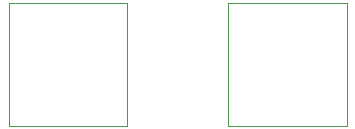
<source format=gbr>
%TF.GenerationSoftware,Altium Limited,Altium Designer,23.6.0 (18)*%
G04 Layer_Color=16711935*
%FSLAX45Y45*%
%MOMM*%
%TF.SameCoordinates,E8FE7F88-156A-4670-BA50-05D3EA163389*%
%TF.FilePolarity,Positive*%
%TF.FileFunction,Other,Bottom_Courtyard*%
%TF.Part,Single*%
G01*
G75*
%TA.AperFunction,NonConductor*%
%ADD27C,0.05000*%
D27*
X2831500Y1590000D02*
X3833500D01*
Y550000D02*
Y1590000D01*
X2831500Y550000D02*
X3833500D01*
X2831500D02*
Y1590000D01*
X971500Y550000D02*
Y1590000D01*
Y550000D02*
X1973500D01*
Y1590000D01*
X971500D02*
X1973500D01*
%TF.MD5,12928cdd2afdbed0869165693f2ff1eb*%
M02*

</source>
